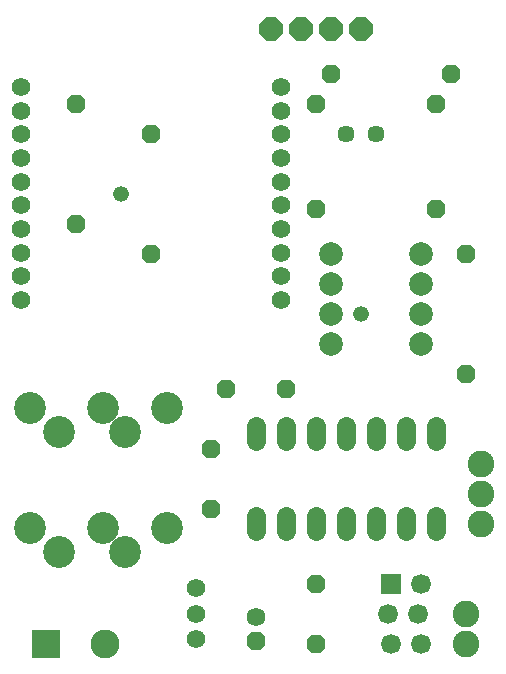
<source format=gbr>
G75*
G70*
%OFA0B0*%
%FSLAX24Y24*%
%IPPOS*%
%LPD*%
%AMOC8*
5,1,8,0,0,1.08239X$1,22.5*
%
%ADD10C,0.0792*%
%ADD11C,0.0624*%
%ADD12C,0.0618*%
%ADD13OC8,0.0624*%
%ADD14C,0.0624*%
%ADD15C,0.0571*%
%ADD16C,0.0888*%
%ADD17R,0.0960X0.0960*%
%ADD18C,0.0960*%
%ADD19C,0.1063*%
%ADD20R,0.0665X0.0665*%
%ADD21C,0.0665*%
%ADD22OC8,0.0792*%
%ADD23C,0.0523*%
D10*
X012209Y017289D03*
X012209Y018289D03*
X012209Y019289D03*
X012209Y020289D03*
X015209Y020289D03*
X015209Y019289D03*
X015209Y018289D03*
X015209Y017289D03*
D11*
X014709Y014549D02*
X014709Y014029D01*
X013709Y014029D02*
X013709Y014549D01*
X012709Y014549D02*
X012709Y014029D01*
X011709Y014029D02*
X011709Y014549D01*
X010709Y014549D02*
X010709Y014029D01*
X009709Y014029D02*
X009709Y014549D01*
X009709Y011549D02*
X009709Y011029D01*
X010709Y011029D02*
X010709Y011549D01*
X011709Y011549D02*
X011709Y011029D01*
X012709Y011029D02*
X012709Y011549D01*
X013709Y011549D02*
X013709Y011029D01*
X014709Y011029D02*
X014709Y011549D01*
X015709Y011549D02*
X015709Y011029D01*
X015709Y014029D02*
X015709Y014549D01*
D12*
X010540Y018746D03*
X010540Y019533D03*
X010540Y020321D03*
X010540Y021108D03*
X010540Y021895D03*
X010540Y022683D03*
X010540Y023470D03*
X010540Y024258D03*
X010540Y025045D03*
X010540Y025832D03*
X001879Y025832D03*
X001879Y025045D03*
X001879Y024258D03*
X001879Y023470D03*
X001879Y022683D03*
X001879Y021895D03*
X001879Y021108D03*
X001879Y020321D03*
X001879Y019533D03*
X001879Y018746D03*
X007709Y009139D03*
X007709Y008289D03*
X007709Y007439D03*
D13*
X009709Y007389D03*
X011709Y007289D03*
X011709Y009289D03*
X008209Y011789D03*
X008209Y013789D03*
X008709Y015789D03*
X010709Y015789D03*
X011709Y021789D03*
X011709Y025289D03*
X012209Y026289D03*
X015709Y025289D03*
X016209Y026289D03*
X015709Y021789D03*
X016709Y020289D03*
X016709Y016289D03*
X006209Y020289D03*
X006209Y024289D03*
X003709Y025289D03*
X003709Y021289D03*
D14*
X009709Y008189D03*
D15*
X012709Y024289D03*
X013709Y024289D03*
D16*
X017209Y013289D03*
X017209Y012289D03*
X017209Y011289D03*
X016709Y008289D03*
X016709Y007289D03*
D17*
X002709Y007289D03*
D18*
X004678Y007289D03*
D19*
X005351Y010336D03*
X004603Y011124D03*
X003146Y010336D03*
X002182Y011124D03*
X003146Y014336D03*
X002182Y015124D03*
X004603Y015124D03*
X005351Y014336D03*
X006749Y015124D03*
X006749Y011124D03*
D20*
X014209Y009289D03*
D21*
X014109Y008289D03*
X014209Y007289D03*
X015109Y008289D03*
X015209Y009289D03*
X015209Y007289D03*
D22*
X013209Y027789D03*
X012209Y027789D03*
X011209Y027789D03*
X010209Y027789D03*
D23*
X005209Y022289D03*
X013209Y018289D03*
M02*

</source>
